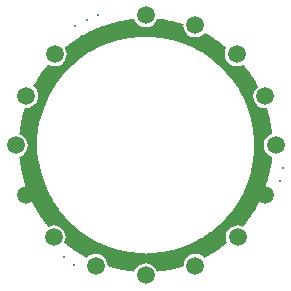
<source format=gtl>
G04*
G04 #@! TF.GenerationSoftware,Altium Limited,Altium Designer,19.1.5 (86)*
G04*
G04 Layer_Physical_Order=1*
G04 Layer_Color=255*
%FSAX25Y25*%
%MOIN*%
G70*
G01*
G75*
%ADD12C,0.00984*%
%ADD13C,0.05906*%
G36*
X0149036Y0201314D02*
X0149669Y0200488D01*
X0150495Y0199854D01*
X0151456Y0199456D01*
X0152488Y0199320D01*
X0153520Y0199456D01*
X0154482Y0199854D01*
X0155307Y0200488D01*
X0155941Y0201314D01*
X0156273Y0202117D01*
X0156928Y0202065D01*
X0157215Y0202011D01*
X0157502Y0201937D01*
X0157502Y0201937D01*
X0157987Y0201940D01*
X0159797Y0201653D01*
X0160210Y0201588D01*
X0160466Y0201528D01*
X0160775Y0201441D01*
X0160775Y0201441D01*
X0161265Y0201378D01*
X0163453Y0200853D01*
X0163540Y0200827D01*
X0164004Y0200680D01*
D01*
X0164489Y0200560D01*
X0165092Y0200364D01*
X0165034Y0199928D01*
X0165170Y0198896D01*
X0165569Y0197934D01*
X0166202Y0197109D01*
X0167028Y0196475D01*
X0167990Y0196077D01*
X0169021Y0195941D01*
X0170053Y0196077D01*
X0171015Y0196475D01*
X0171841Y0197109D01*
X0172109Y0197459D01*
X0172764Y0197125D01*
X0172789Y0197112D01*
X0173105Y0196925D01*
X0173110Y0196908D01*
X0173187Y0196876D01*
X0173596Y0196657D01*
X0175541Y0195465D01*
X0175932Y0195163D01*
X0176012Y0195130D01*
X0176435Y0194867D01*
X0178315Y0193501D01*
X0178600Y0193198D01*
X0178814Y0193071D01*
X0178857Y0193045D01*
X0179094Y0192884D01*
X0179515Y0192523D01*
X0179350Y0192308D01*
X0178952Y0191347D01*
X0178816Y0190315D01*
X0178952Y0189283D01*
X0179350Y0188321D01*
X0179984Y0187496D01*
X0180810Y0186862D01*
X0181771Y0186464D01*
X0182803Y0186328D01*
X0183835Y0186464D01*
X0184797Y0186862D01*
X0185012Y0187027D01*
X0185424Y0186544D01*
X0185477Y0186464D01*
X0185560Y0186325D01*
X0185686Y0186112D01*
X0185686Y0186112D01*
X0186031Y0185770D01*
X0187355Y0183947D01*
X0187618Y0183523D01*
X0187651Y0183444D01*
X0187953Y0183053D01*
X0189145Y0181108D01*
X0189174Y0181054D01*
X0189396Y0180622D01*
X0189396Y0180622D01*
X0189655Y0180195D01*
X0189989Y0179538D01*
X0189509Y0179170D01*
X0188875Y0178344D01*
X0188477Y0177383D01*
X0188341Y0176351D01*
X0188477Y0175319D01*
X0188875Y0174357D01*
X0189509Y0173532D01*
X0190334Y0172898D01*
X0191296Y0172500D01*
X0192328Y0172364D01*
X0192906Y0172440D01*
X0193075Y0171919D01*
X0193078Y0171911D01*
X0193176Y0171531D01*
X0193168Y0171516D01*
X0193200Y0171439D01*
X0193341Y0170964D01*
X0193895Y0168655D01*
X0193929Y0168286D01*
X0194016Y0167978D01*
X0194016Y0167978D01*
X0194042Y0167867D01*
X0194076Y0167721D01*
X0194141Y0167309D01*
X0194371Y0165858D01*
X0194449Y0165364D01*
X0194425Y0165014D01*
X0194499Y0164727D01*
Y0164727D01*
X0194520Y0164615D01*
X0194553Y0164439D01*
X0194609Y0163732D01*
X0193774Y0163386D01*
X0192949Y0162752D01*
X0192315Y0161926D01*
X0191917Y0160965D01*
X0191781Y0159933D01*
X0191917Y0158901D01*
X0192315Y0157940D01*
X0192949Y0157114D01*
X0193774Y0156480D01*
X0194599Y0156139D01*
X0194553Y0155561D01*
X0194499Y0155273D01*
X0194425Y0154987D01*
X0194425Y0154987D01*
X0194428Y0154501D01*
X0194141Y0152691D01*
X0194076Y0152278D01*
X0194016Y0152022D01*
X0193930Y0151714D01*
X0193930Y0151714D01*
X0193866Y0151223D01*
X0193341Y0149036D01*
X0193315Y0148948D01*
X0193168Y0148484D01*
D01*
X0193049Y0147999D01*
X0192330Y0145786D01*
X0192171Y0145383D01*
X0192147Y0145322D01*
X0192147Y0145322D01*
X0191984Y0144858D01*
X0191123Y0142780D01*
X0190913Y0142340D01*
X0190912Y0142340D01*
X0190848Y0142193D01*
X0190833Y0142157D01*
X0190674Y0141807D01*
X0190486Y0141438D01*
X0189613Y0139724D01*
X0189601Y0139700D01*
X0189413Y0139383D01*
X0189396Y0139378D01*
X0189364Y0139301D01*
X0189145Y0138892D01*
X0187953Y0136947D01*
X0187651Y0136556D01*
X0187618Y0136477D01*
X0187355Y0136053D01*
X0185989Y0134173D01*
X0185686Y0133888D01*
X0185559Y0133674D01*
X0185533Y0133631D01*
X0185372Y0133395D01*
X0184914Y0132859D01*
X0184229Y0133142D01*
X0183197Y0133278D01*
X0182165Y0133142D01*
X0181203Y0132744D01*
X0180378Y0132111D01*
X0179744Y0131285D01*
X0179346Y0130323D01*
X0179210Y0129291D01*
X0179346Y0128260D01*
X0179630Y0127574D01*
X0179032Y0127064D01*
X0178952Y0127012D01*
X0178813Y0126928D01*
X0178600Y0126802D01*
X0178600Y0126802D01*
X0178258Y0126458D01*
X0176435Y0125133D01*
X0176012Y0124870D01*
X0175932Y0124837D01*
X0175541Y0124535D01*
X0173596Y0123344D01*
X0173542Y0123314D01*
X0173110Y0123092D01*
X0173110Y0123092D01*
X0172683Y0122834D01*
X0172031Y0122502D01*
X0171886Y0122691D01*
X0171060Y0123325D01*
X0170098Y0123723D01*
X0169067Y0123859D01*
X0168035Y0123723D01*
X0167073Y0123325D01*
X0166247Y0122691D01*
X0165614Y0121865D01*
X0165216Y0120904D01*
X0165080Y0119872D01*
X0165110Y0119641D01*
X0164407Y0119413D01*
X0164399Y0119410D01*
X0164019Y0119312D01*
X0164004Y0119320D01*
X0163927Y0119288D01*
X0163453Y0119147D01*
X0161143Y0118593D01*
X0160775Y0118559D01*
X0160466Y0118472D01*
X0160466Y0118472D01*
X0160355Y0118446D01*
X0160210Y0118412D01*
X0159797Y0118347D01*
X0158346Y0118117D01*
X0157852Y0118039D01*
X0157502Y0118063D01*
X0157215Y0117989D01*
X0157215D01*
X0157104Y0117968D01*
X0156928Y0117935D01*
X0156247Y0117881D01*
X0155913Y0118686D01*
X0155280Y0119512D01*
X0154454Y0120146D01*
X0153492Y0120544D01*
X0152461Y0120680D01*
X0151429Y0120544D01*
X0150467Y0120146D01*
X0149642Y0119512D01*
X0149008Y0118686D01*
X0148676Y0117885D01*
X0148049Y0117935D01*
X0147761Y0117989D01*
X0147475Y0118063D01*
X0147475Y0118063D01*
X0146989Y0118060D01*
X0145179Y0118347D01*
X0144767Y0118412D01*
X0144510Y0118472D01*
X0144202Y0118559D01*
X0144202Y0118559D01*
X0143711Y0118622D01*
X0141524Y0119147D01*
X0141436Y0119173D01*
X0140972Y0119320D01*
D01*
X0140488Y0119439D01*
X0139828Y0119654D01*
X0139854Y0119854D01*
X0139718Y0120886D01*
X0139320Y0121848D01*
X0138687Y0122673D01*
X0137861Y0123307D01*
X0136899Y0123705D01*
X0135867Y0123841D01*
X0134836Y0123705D01*
X0133874Y0123307D01*
X0133048Y0122673D01*
X0132924Y0122512D01*
X0132212Y0122875D01*
X0132188Y0122888D01*
X0131871Y0123075D01*
X0131867Y0123092D01*
X0131789Y0123124D01*
X0131380Y0123344D01*
X0129435Y0124535D01*
X0129044Y0124837D01*
X0128965Y0124870D01*
X0128541Y0125133D01*
X0126661Y0126499D01*
X0126376Y0126802D01*
X0126162Y0126929D01*
X0126119Y0126955D01*
X0125883Y0127116D01*
X0125347Y0127574D01*
X0125630Y0128260D01*
X0125766Y0129291D01*
X0125630Y0130323D01*
X0125232Y0131285D01*
X0124599Y0132111D01*
X0123773Y0132744D01*
X0122811Y0133142D01*
X0121780Y0133278D01*
X0120748Y0133142D01*
X0120062Y0132859D01*
X0119552Y0133456D01*
X0119500Y0133536D01*
X0119417Y0133675D01*
X0119290Y0133888D01*
X0119290Y0133888D01*
X0118946Y0134230D01*
X0117621Y0136053D01*
X0117358Y0136477D01*
X0117325Y0136556D01*
X0117023Y0136947D01*
X0115832Y0138892D01*
X0115803Y0138946D01*
X0115580Y0139378D01*
X0115580Y0139378D01*
X0115322Y0139805D01*
X0114263Y0141883D01*
X0114137Y0142173D01*
X0114065Y0142340D01*
X0114064Y0142340D01*
X0113851Y0142785D01*
X0112993Y0144858D01*
X0112829Y0145322D01*
X0112829Y0145322D01*
X0112809Y0145373D01*
X0112755Y0145512D01*
X0112622Y0145863D01*
X0111901Y0148081D01*
X0111899Y0148089D01*
X0111800Y0148469D01*
X0111809Y0148484D01*
X0111776Y0148561D01*
X0111635Y0149036D01*
X0111081Y0151345D01*
X0111047Y0151714D01*
X0110960Y0152022D01*
X0110960Y0152022D01*
X0110934Y0152133D01*
X0110900Y0152278D01*
X0110835Y0152691D01*
X0110605Y0154142D01*
X0110527Y0154636D01*
X0110551Y0154987D01*
X0110477Y0155273D01*
Y0155273D01*
X0110456Y0155385D01*
X0110423Y0155561D01*
X0110377Y0156150D01*
X0111174Y0156480D01*
X0112000Y0157114D01*
X0112634Y0157940D01*
X0113032Y0158901D01*
X0113168Y0159933D01*
X0113032Y0160965D01*
X0112634Y0161926D01*
X0112000Y0162752D01*
X0111174Y0163386D01*
X0110366Y0163721D01*
X0110423Y0164439D01*
X0110477Y0164727D01*
X0110551Y0165014D01*
X0110551Y0165014D01*
X0110548Y0165499D01*
X0110835Y0167309D01*
X0110900Y0167721D01*
X0110960Y0167978D01*
X0111047Y0168286D01*
X0111047Y0168286D01*
X0111110Y0168777D01*
X0111635Y0170964D01*
X0111661Y0171052D01*
X0111809Y0171516D01*
D01*
X0111928Y0172001D01*
X0112100Y0172530D01*
X0112685Y0172453D01*
X0113717Y0172589D01*
X0114678Y0172987D01*
X0115504Y0173621D01*
X0116138Y0174446D01*
X0116536Y0175408D01*
X0116672Y0176440D01*
X0116536Y0177472D01*
X0116138Y0178433D01*
X0115504Y0179259D01*
X0115030Y0179622D01*
X0115363Y0180276D01*
X0115376Y0180300D01*
X0115563Y0180617D01*
X0115580Y0180622D01*
X0115612Y0180699D01*
X0115832Y0181108D01*
X0117023Y0183053D01*
X0117325Y0183444D01*
X0117358Y0183523D01*
X0117621Y0183947D01*
X0118987Y0185827D01*
X0119290Y0186112D01*
X0119417Y0186326D01*
X0119443Y0186369D01*
X0119605Y0186605D01*
X0119965Y0187027D01*
X0120180Y0186862D01*
X0121141Y0186464D01*
X0122173Y0186328D01*
X0123205Y0186464D01*
X0124167Y0186862D01*
X0124992Y0187496D01*
X0125626Y0188321D01*
X0126024Y0189283D01*
X0126160Y0190315D01*
X0126024Y0191347D01*
X0125626Y0192308D01*
X0125461Y0192523D01*
X0125944Y0192936D01*
X0126024Y0192988D01*
X0126163Y0193071D01*
X0126376Y0193198D01*
X0126376Y0193198D01*
X0126718Y0193543D01*
X0128541Y0194867D01*
X0128965Y0195130D01*
X0129044Y0195163D01*
X0129435Y0195465D01*
X0131380Y0196657D01*
X0131434Y0196686D01*
X0131866Y0196908D01*
X0131867Y0196908D01*
X0132293Y0197166D01*
X0133926Y0197998D01*
X0134372Y0198225D01*
X0134661Y0198351D01*
X0134828Y0198424D01*
X0134828Y0198424D01*
X0135274Y0198637D01*
X0137346Y0199495D01*
X0137810Y0199659D01*
X0137810Y0199659D01*
X0137862Y0199679D01*
X0138000Y0199734D01*
X0138351Y0199866D01*
X0140569Y0200587D01*
X0140577Y0200590D01*
X0140957Y0200688D01*
X0140972Y0200680D01*
X0141049Y0200712D01*
X0141524Y0200853D01*
X0143833Y0201407D01*
X0144202Y0201441D01*
X0144510Y0201528D01*
X0144510Y0201528D01*
X0144621Y0201554D01*
X0144767Y0201588D01*
X0145179Y0201653D01*
X0146631Y0201883D01*
X0147125Y0201961D01*
X0147475Y0201937D01*
X0147761Y0202011D01*
X0147761D01*
X0147873Y0202032D01*
X0148049Y0202065D01*
X0148703Y0202117D01*
X0149036Y0201314D01*
D02*
G37*
%LPC*%
G36*
X0152488Y0196215D02*
X0152252Y0196215D01*
X0152236Y0196209D01*
X0152236D01*
X0152172Y0196144D01*
X0151988Y0196102D01*
X0150550Y0196102D01*
X0150491Y0196090D01*
X0150430Y0196096D01*
X0147043Y0195763D01*
X0146985Y0195745D01*
X0146924D01*
X0143586Y0195081D01*
X0143530Y0195058D01*
X0143469Y0195052D01*
X0140212Y0194064D01*
X0140159Y0194035D01*
X0140099Y0194023D01*
X0136954Y0192721D01*
X0136904Y0192687D01*
X0136846Y0192669D01*
X0133844Y0191065D01*
X0133797Y0191026D01*
X0133741Y0191003D01*
X0130911Y0189112D01*
X0130868Y0189069D01*
X0130815Y0189041D01*
X0128183Y0186881D01*
X0128145Y0186834D01*
X0128094Y0186801D01*
X0125688Y0184394D01*
X0125654Y0184343D01*
X0125607Y0184305D01*
X0123448Y0181674D01*
X0123419Y0181620D01*
X0123376Y0181577D01*
X0121485Y0178747D01*
X0121462Y0178691D01*
X0121423Y0178644D01*
X0119819Y0175642D01*
X0119801Y0175584D01*
X0119768Y0175534D01*
X0118465Y0172389D01*
X0118453Y0172330D01*
X0118424Y0172276D01*
X0117436Y0169019D01*
X0117430Y0168958D01*
X0117407Y0168903D01*
X0116743Y0165564D01*
Y0165503D01*
X0116726Y0165445D01*
X0116392Y0162058D01*
X0116398Y0161998D01*
X0116386Y0161938D01*
X0116386Y0160349D01*
X0116273Y0160236D01*
X0116273D01*
X0116273Y0160236D01*
X0116273Y0160236D01*
X0116386Y0159736D01*
X0116386Y0158517D01*
X0116398Y0158457D01*
X0116392Y0158397D01*
X0116729Y0154975D01*
X0116747Y0154917D01*
Y0154856D01*
X0117418Y0151484D01*
X0117441Y0151427D01*
X0117447Y0151367D01*
X0118445Y0148077D01*
X0118473Y0148023D01*
X0118485Y0147964D01*
X0119801Y0144787D01*
X0119835Y0144736D01*
X0119852Y0144678D01*
X0121473Y0141646D01*
X0121512Y0141599D01*
X0121535Y0141543D01*
X0123446Y0138683D01*
X0123488Y0138641D01*
X0123517Y0138587D01*
X0125698Y0135929D01*
X0125745Y0135891D01*
X0125779Y0135840D01*
X0128210Y0133409D01*
X0128261Y0133375D01*
X0128299Y0133328D01*
X0130957Y0131147D01*
X0131011Y0131118D01*
X0131054Y0131076D01*
X0133913Y0129165D01*
X0133969Y0129142D01*
X0134016Y0129103D01*
X0137048Y0127482D01*
X0137107Y0127465D01*
X0137157Y0127431D01*
X0140334Y0126115D01*
X0140393Y0126103D01*
X0140447Y0126075D01*
X0143737Y0125076D01*
X0143798Y0125071D01*
X0143854Y0125047D01*
X0147227Y0124376D01*
X0147287D01*
X0147345Y0124359D01*
X0150767Y0124022D01*
X0150827Y0124028D01*
X0150887Y0124016D01*
X0152106Y0124016D01*
X0152606Y0123903D01*
X0152606Y0123903D01*
X0152606D01*
X0152606Y0123903D01*
X0153106Y0124016D01*
X0154314Y0124016D01*
X0154374Y0124028D01*
X0154434Y0124022D01*
X0157833Y0124357D01*
X0157891Y0124374D01*
X0157951D01*
X0161301Y0125041D01*
X0161357Y0125064D01*
X0161418Y0125070D01*
X0164686Y0126061D01*
X0164740Y0126090D01*
X0164799Y0126102D01*
X0167955Y0127409D01*
X0168005Y0127442D01*
X0168063Y0127460D01*
X0171075Y0129070D01*
X0171122Y0129108D01*
X0171178Y0129131D01*
X0174018Y0131029D01*
X0174061Y0131072D01*
X0174114Y0131100D01*
X0176754Y0133267D01*
X0176793Y0133314D01*
X0176843Y0133348D01*
X0179259Y0135763D01*
X0179292Y0135813D01*
X0179339Y0135852D01*
X0181506Y0138492D01*
X0181534Y0138545D01*
X0181577Y0138588D01*
X0183475Y0141428D01*
X0183498Y0141484D01*
X0183536Y0141531D01*
X0185146Y0144543D01*
X0185164Y0144601D01*
X0185198Y0144651D01*
X0186505Y0147807D01*
X0186517Y0147867D01*
X0186545Y0147920D01*
X0187537Y0151189D01*
X0187542Y0151249D01*
X0187566Y0151305D01*
X0188232Y0154655D01*
Y0154715D01*
X0188250Y0154773D01*
X0188584Y0158173D01*
X0188578Y0158233D01*
X0188590Y0158292D01*
X0188590Y0159500D01*
X0188703Y0160000D01*
X0188691Y0160030D01*
X0188590Y0160128D01*
X0188590Y0161714D01*
X0188578Y0161773D01*
X0188584Y0161833D01*
X0188248Y0165244D01*
X0188231Y0165302D01*
Y0165362D01*
X0187562Y0168724D01*
X0187539Y0168780D01*
X0187533Y0168840D01*
X0186538Y0172120D01*
X0186510Y0172173D01*
X0186498Y0172232D01*
X0185186Y0175399D01*
X0185153Y0175449D01*
X0185135Y0175507D01*
X0183520Y0178530D01*
X0183481Y0178576D01*
X0183458Y0178632D01*
X0181554Y0181482D01*
X0181511Y0181525D01*
X0181483Y0181578D01*
X0179308Y0184228D01*
X0179262Y0184266D01*
X0179228Y0184316D01*
X0176804Y0186740D01*
X0176754Y0186773D01*
X0176716Y0186820D01*
X0174066Y0188994D01*
X0174013Y0189023D01*
X0173970Y0189066D01*
X0171121Y0190970D01*
X0171065Y0190993D01*
X0171018Y0191031D01*
X0167995Y0192647D01*
X0167937Y0192665D01*
X0167887Y0192698D01*
X0164721Y0194010D01*
X0164661Y0194022D01*
X0164608Y0194050D01*
X0161328Y0195045D01*
X0161268Y0195051D01*
X0161212Y0195074D01*
X0157851Y0195743D01*
X0157790D01*
X0157732Y0195760D01*
X0154322Y0196096D01*
X0154261Y0196090D01*
X0154202Y0196102D01*
X0152752Y0196102D01*
X0152557Y0196146D01*
X0152488Y0196215D01*
D02*
G37*
%LPD*%
D12*
X0125087Y0122598D02*
D03*
X0128736Y0120236D02*
D03*
X0129051Y0199752D02*
D03*
X0132902Y0201760D02*
D03*
X0136728Y0203413D02*
D03*
X0197252Y0148150D02*
D03*
X0198315Y0152520D02*
D03*
D13*
X0122173Y0190315D02*
D03*
X0112685Y0176440D02*
D03*
X0109181Y0159933D02*
D03*
X0112554Y0143386D02*
D03*
X0121780Y0129291D02*
D03*
X0135867Y0119854D02*
D03*
X0152461Y0116693D02*
D03*
X0169067Y0119872D02*
D03*
X0183197Y0129291D02*
D03*
X0192340Y0143416D02*
D03*
X0195768Y0159933D02*
D03*
X0192328Y0176351D02*
D03*
X0182803Y0190315D02*
D03*
X0169021Y0199928D02*
D03*
X0152488Y0203307D02*
D03*
M02*

</source>
